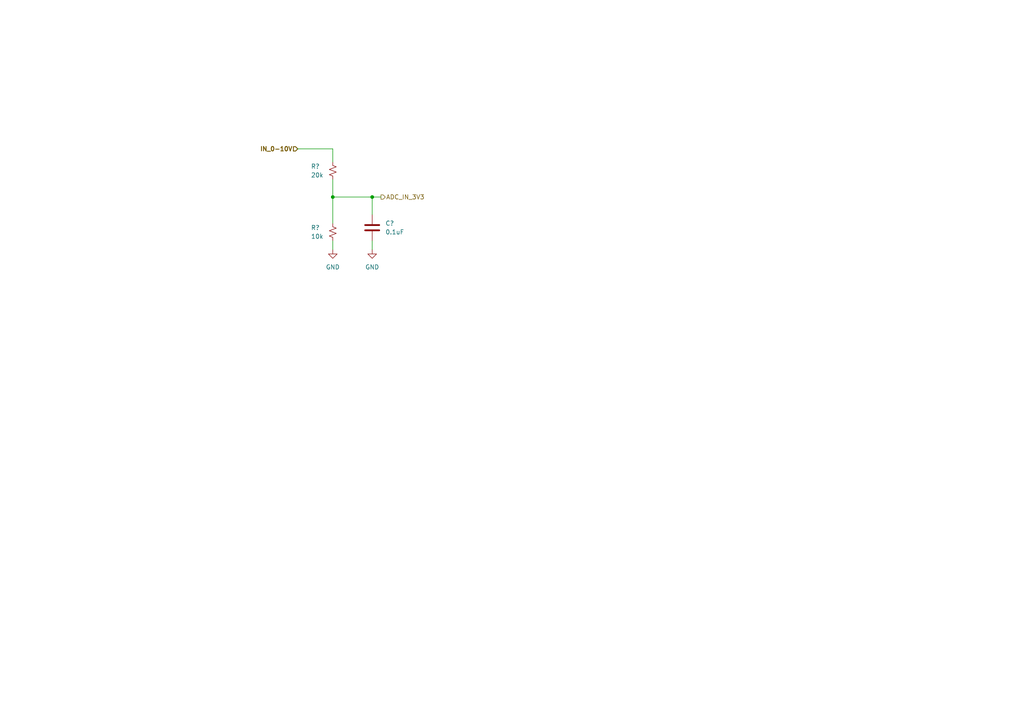
<source format=kicad_sch>
(kicad_sch
	(version 20250114)
	(generator "eeschema")
	(generator_version "9.0")
	(uuid "6f849fc7-6925-4202-ab6b-739ef023ca3b")
	(paper "A4")
	(lib_symbols
		(symbol "PCM_Capacitor_US_AKL:C_0603"
			(pin_numbers
				(hide yes)
			)
			(pin_names
				(offset 0.254)
			)
			(exclude_from_sim no)
			(in_bom yes)
			(on_board yes)
			(property "Reference" "C"
				(at 0.635 2.54 0)
				(effects
					(font
						(size 1.27 1.27)
					)
					(justify left)
				)
			)
			(property "Value" "C_0603"
				(at 0.635 -2.54 0)
				(effects
					(font
						(size 1.27 1.27)
					)
					(justify left)
				)
			)
			(property "Footprint" "PCM_Capacitor_SMD_AKL:C_0603_1608Metric"
				(at 0.9652 -3.81 0)
				(effects
					(font
						(size 1.27 1.27)
					)
					(hide yes)
				)
			)
			(property "Datasheet" "~"
				(at 0 0 0)
				(effects
					(font
						(size 1.27 1.27)
					)
					(hide yes)
				)
			)
			(property "Description" "SMD 0603 MLCC capacitor, Alternate KiCad Library"
				(at 0 0 0)
				(effects
					(font
						(size 1.27 1.27)
					)
					(hide yes)
				)
			)
			(property "ki_keywords" "cap capacitor ceramic chip mlcc smd 0603"
				(at 0 0 0)
				(effects
					(font
						(size 1.27 1.27)
					)
					(hide yes)
				)
			)
			(property "ki_fp_filters" "C_*"
				(at 0 0 0)
				(effects
					(font
						(size 1.27 1.27)
					)
					(hide yes)
				)
			)
			(symbol "C_0603_0_1"
				(polyline
					(pts
						(xy -2.032 0.762) (xy 2.032 0.762)
					)
					(stroke
						(width 0.508)
						(type default)
					)
					(fill
						(type none)
					)
				)
				(polyline
					(pts
						(xy -2.032 -0.762) (xy 2.032 -0.762)
					)
					(stroke
						(width 0.508)
						(type default)
					)
					(fill
						(type none)
					)
				)
			)
			(symbol "C_0603_0_2"
				(polyline
					(pts
						(xy -2.54 -2.54) (xy -0.381 -0.381)
					)
					(stroke
						(width 0)
						(type default)
					)
					(fill
						(type none)
					)
				)
				(polyline
					(pts
						(xy -0.508 -0.508) (xy -1.651 0.635)
					)
					(stroke
						(width 0.508)
						(type default)
					)
					(fill
						(type none)
					)
				)
				(polyline
					(pts
						(xy -0.508 -0.508) (xy 0.635 -1.651)
					)
					(stroke
						(width 0.508)
						(type default)
					)
					(fill
						(type none)
					)
				)
				(polyline
					(pts
						(xy 0.381 0.381) (xy 2.54 2.54)
					)
					(stroke
						(width 0)
						(type default)
					)
					(fill
						(type none)
					)
				)
				(polyline
					(pts
						(xy 0.508 0.508) (xy -0.635 1.651)
					)
					(stroke
						(width 0.508)
						(type default)
					)
					(fill
						(type none)
					)
				)
				(polyline
					(pts
						(xy 0.508 0.508) (xy 1.651 -0.635)
					)
					(stroke
						(width 0.508)
						(type default)
					)
					(fill
						(type none)
					)
				)
			)
			(symbol "C_0603_1_1"
				(pin passive line
					(at 0 3.81 270)
					(length 2.794)
					(name "~"
						(effects
							(font
								(size 1.27 1.27)
							)
						)
					)
					(number "1"
						(effects
							(font
								(size 1.27 1.27)
							)
						)
					)
				)
				(pin passive line
					(at 0 -3.81 90)
					(length 2.794)
					(name "~"
						(effects
							(font
								(size 1.27 1.27)
							)
						)
					)
					(number "2"
						(effects
							(font
								(size 1.27 1.27)
							)
						)
					)
				)
			)
			(symbol "C_0603_1_2"
				(pin passive line
					(at -2.54 -2.54 90)
					(length 0)
					(name "~"
						(effects
							(font
								(size 1.27 1.27)
							)
						)
					)
					(number "2"
						(effects
							(font
								(size 1.27 1.27)
							)
						)
					)
				)
				(pin passive line
					(at 2.54 2.54 270)
					(length 0)
					(name "~"
						(effects
							(font
								(size 1.27 1.27)
							)
						)
					)
					(number "1"
						(effects
							(font
								(size 1.27 1.27)
							)
						)
					)
				)
			)
			(embedded_fonts no)
		)
		(symbol "PCM_SparkFun-Resistor:4.7k_0603"
			(pin_numbers
				(hide yes)
			)
			(pin_names
				(offset 0)
			)
			(exclude_from_sim no)
			(in_bom yes)
			(on_board yes)
			(property "Reference" "R"
				(at 0 -2.54 0)
				(effects
					(font
						(size 1.27 1.27)
					)
				)
			)
			(property "Value" "4.7k"
				(at 0 2.54 0)
				(effects
					(font
						(size 1.27 1.27)
					)
				)
			)
			(property "Footprint" "PCM_SparkFun-Resistor:R_0603_1608Metric"
				(at 0 -4.318 0)
				(effects
					(font
						(size 1.27 1.27)
					)
					(hide yes)
				)
			)
			(property "Datasheet" "https://www.vishay.com/docs/20035/dcrcwe3.pdf"
				(at 0 -8.89 0)
				(effects
					(font
						(size 1.27 1.27)
					)
					(hide yes)
				)
			)
			(property "Description" "Resistor"
				(at 0 -11.43 0)
				(effects
					(font
						(size 1.27 1.27)
					)
					(hide yes)
				)
			)
			(property "PROD_ID" "RES-07857"
				(at 0 -6.604 0)
				(effects
					(font
						(size 1.27 1.27)
					)
					(hide yes)
				)
			)
			(property "ki_keywords" "SparkFun R res resistor"
				(at 0 0 0)
				(effects
					(font
						(size 1.27 1.27)
					)
					(hide yes)
				)
			)
			(property "ki_fp_filters" "R_*"
				(at 0 0 0)
				(effects
					(font
						(size 1.27 1.27)
					)
					(hide yes)
				)
			)
			(symbol "4.7k_0603_0_1"
				(polyline
					(pts
						(xy -1.524 0) (xy -1.143 1.016) (xy -0.762 0) (xy -0.381 -1.016) (xy 0 0)
					)
					(stroke
						(width 0)
						(type default)
					)
					(fill
						(type none)
					)
				)
				(polyline
					(pts
						(xy 0 0) (xy 0.381 1.016) (xy 0.762 0) (xy 1.143 -1.016) (xy 1.524 0)
					)
					(stroke
						(width 0)
						(type default)
					)
					(fill
						(type none)
					)
				)
			)
			(symbol "4.7k_0603_1_1"
				(pin passive line
					(at -2.54 0 0)
					(length 1.016)
					(name "~"
						(effects
							(font
								(size 1.27 1.27)
							)
						)
					)
					(number "1"
						(effects
							(font
								(size 1.27 1.27)
							)
						)
					)
				)
				(pin passive line
					(at 2.54 0 180)
					(length 1.016)
					(name "~"
						(effects
							(font
								(size 1.27 1.27)
							)
						)
					)
					(number "2"
						(effects
							(font
								(size 1.27 1.27)
							)
						)
					)
				)
			)
			(embedded_fonts no)
		)
		(symbol "power:GND"
			(power)
			(pin_numbers
				(hide yes)
			)
			(pin_names
				(offset 0)
				(hide yes)
			)
			(exclude_from_sim no)
			(in_bom yes)
			(on_board yes)
			(property "Reference" "#PWR"
				(at 0 -6.35 0)
				(effects
					(font
						(size 1.27 1.27)
					)
					(hide yes)
				)
			)
			(property "Value" "GND"
				(at 0 -3.81 0)
				(effects
					(font
						(size 1.27 1.27)
					)
				)
			)
			(property "Footprint" ""
				(at 0 0 0)
				(effects
					(font
						(size 1.27 1.27)
					)
					(hide yes)
				)
			)
			(property "Datasheet" ""
				(at 0 0 0)
				(effects
					(font
						(size 1.27 1.27)
					)
					(hide yes)
				)
			)
			(property "Description" "Power symbol creates a global label with name \"GND\" , ground"
				(at 0 0 0)
				(effects
					(font
						(size 1.27 1.27)
					)
					(hide yes)
				)
			)
			(property "ki_keywords" "global power"
				(at 0 0 0)
				(effects
					(font
						(size 1.27 1.27)
					)
					(hide yes)
				)
			)
			(symbol "GND_0_1"
				(polyline
					(pts
						(xy 0 0) (xy 0 -1.27) (xy 1.27 -1.27) (xy 0 -2.54) (xy -1.27 -1.27) (xy 0 -1.27)
					)
					(stroke
						(width 0)
						(type default)
					)
					(fill
						(type none)
					)
				)
			)
			(symbol "GND_1_1"
				(pin power_in line
					(at 0 0 270)
					(length 0)
					(name "~"
						(effects
							(font
								(size 1.27 1.27)
							)
						)
					)
					(number "1"
						(effects
							(font
								(size 1.27 1.27)
							)
						)
					)
				)
			)
			(embedded_fonts no)
		)
	)
	(junction
		(at 107.95 57.15)
		(diameter 0)
		(color 0 0 0 0)
		(uuid "e1286195-fd1e-47d6-b27f-4d0d05ad6b3a")
	)
	(junction
		(at 96.52 57.15)
		(diameter 0)
		(color 0 0 0 0)
		(uuid "f9eb0b9b-aa7f-40ee-870c-acfe63a17075")
	)
	(wire
		(pts
			(xy 96.52 69.85) (xy 96.52 72.39)
		)
		(stroke
			(width 0)
			(type default)
		)
		(uuid "3387c31a-8f62-4867-b202-ed0e1ec3a0db")
	)
	(wire
		(pts
			(xy 107.95 57.15) (xy 110.49 57.15)
		)
		(stroke
			(width 0)
			(type default)
		)
		(uuid "36fe022b-8e6e-476b-852a-3856472356eb")
	)
	(wire
		(pts
			(xy 107.95 69.85) (xy 107.95 72.39)
		)
		(stroke
			(width 0)
			(type default)
		)
		(uuid "45c15c57-a99c-4b0b-aa56-7ced645d9716")
	)
	(wire
		(pts
			(xy 86.36 43.18) (xy 96.52 43.18)
		)
		(stroke
			(width 0)
			(type default)
		)
		(uuid "58ec0eb5-8713-4384-b394-81be27470624")
	)
	(wire
		(pts
			(xy 96.52 52.07) (xy 96.52 57.15)
		)
		(stroke
			(width 0)
			(type default)
		)
		(uuid "629372fb-8266-4897-80f9-b67b92f1c38d")
	)
	(wire
		(pts
			(xy 96.52 57.15) (xy 107.95 57.15)
		)
		(stroke
			(width 0)
			(type default)
		)
		(uuid "7651ab20-1e16-4540-9642-274b40f93594")
	)
	(wire
		(pts
			(xy 96.52 57.15) (xy 96.52 64.77)
		)
		(stroke
			(width 0)
			(type default)
		)
		(uuid "8bfde497-b4fa-4bab-973d-0146e8cd3fab")
	)
	(wire
		(pts
			(xy 96.52 43.18) (xy 96.52 46.99)
		)
		(stroke
			(width 0)
			(type default)
		)
		(uuid "9e7ee4f5-afed-4763-be9b-f364db64a1ee")
	)
	(wire
		(pts
			(xy 107.95 62.23) (xy 107.95 57.15)
		)
		(stroke
			(width 0)
			(type default)
		)
		(uuid "da840589-5558-4a42-892b-87296b2aaa78")
	)
	(hierarchical_label "ADC_IN_3V3"
		(shape output)
		(at 110.49 57.15 0)
		(effects
			(font
				(size 1.27 1.27)
			)
			(justify left)
		)
		(uuid "73a346b6-b677-4ad3-94e3-2bab56d9a798")
	)
	(hierarchical_label "IN_0-10V"
		(shape input)
		(at 86.36 43.18 180)
		(effects
			(font
				(size 1.27 1.27)
				(thickness 0.254)
				(bold yes)
			)
			(justify right)
		)
		(uuid "caf3e575-ebeb-4c4d-950d-43e9a6fc45a9")
	)
	(symbol
		(lib_id "power:GND")
		(at 107.95 72.39 0)
		(unit 1)
		(exclude_from_sim no)
		(in_bom yes)
		(on_board yes)
		(dnp no)
		(fields_autoplaced yes)
		(uuid "0e6422bb-fe86-4f93-bbef-291ac1d4873b")
		(property "Reference" "#PWR035"
			(at 107.95 78.74 0)
			(effects
				(font
					(size 1.27 1.27)
				)
				(hide yes)
			)
		)
		(property "Value" "GND"
			(at 107.95 77.47 0)
			(effects
				(font
					(size 1.27 1.27)
				)
			)
		)
		(property "Footprint" ""
			(at 107.95 72.39 0)
			(effects
				(font
					(size 1.27 1.27)
				)
				(hide yes)
			)
		)
		(property "Datasheet" ""
			(at 107.95 72.39 0)
			(effects
				(font
					(size 1.27 1.27)
				)
				(hide yes)
			)
		)
		(property "Description" "Power symbol creates a global label with name \"GND\" , ground"
			(at 107.95 72.39 0)
			(effects
				(font
					(size 1.27 1.27)
				)
				(hide yes)
			)
		)
		(pin "1"
			(uuid "5d34ca51-a90e-4a20-94d5-f55c5e6ff17d")
		)
		(instances
			(project "PLC4UNIPCB"
				(path "/20dd9fa8-33e5-4e01-8b4a-8cb5828152c9/ef44eee8-cd41-4527-92e2-6c408c0d0d91/82682a40-f2c8-4ae2-a13e-2b4ac848d816"
					(reference "#PWR035")
					(unit 1)
				)
			)
		)
	)
	(symbol
		(lib_id "PCM_SparkFun-Resistor:4.7k_0603")
		(at 96.52 49.53 90)
		(unit 1)
		(exclude_from_sim no)
		(in_bom yes)
		(on_board yes)
		(dnp no)
		(uuid "340feaf8-c818-4ef5-b590-c984dd675e98")
		(property "Reference" "R?"
			(at 90.17 48.26 90)
			(effects
				(font
					(size 1.27 1.27)
				)
				(justify right)
			)
		)
		(property "Value" "20k"
			(at 90.17 50.8 90)
			(effects
				(font
					(size 1.27 1.27)
				)
				(justify right)
			)
		)
		(property "Footprint" "PCM_SparkFun-Resistor:R_0603_1608Metric"
			(at 100.838 49.53 0)
			(effects
				(font
					(size 1.27 1.27)
				)
				(hide yes)
			)
		)
		(property "Datasheet" "https://www.vishay.com/docs/20035/dcrcwe3.pdf"
			(at 105.41 49.53 0)
			(effects
				(font
					(size 1.27 1.27)
				)
				(hide yes)
			)
		)
		(property "Description" "Resistor"
			(at 107.95 49.53 0)
			(effects
				(font
					(size 1.27 1.27)
				)
				(hide yes)
			)
		)
		(property "PROD_ID" "RES-07857"
			(at 103.124 49.53 0)
			(effects
				(font
					(size 1.27 1.27)
				)
				(hide yes)
			)
		)
		(property "LCSC" "C99782"
			(at 96.52 49.53 90)
			(effects
				(font
					(size 1.27 1.27)
				)
				(hide yes)
			)
		)
		(pin "2"
			(uuid "978d7235-aa19-4957-aee5-89d216d553fc")
		)
		(pin "1"
			(uuid "9eb0ddee-e3db-47b8-85cf-50a82f1e1d2c")
		)
		(instances
			(project "PLC4UNIPCB"
				(path "/20dd9fa8-33e5-4e01-8b4a-8cb5828152c9/ef44eee8-cd41-4527-92e2-6c408c0d0d91/82682a40-f2c8-4ae2-a13e-2b4ac848d816"
					(reference "R?")
					(unit 1)
				)
			)
		)
	)
	(symbol
		(lib_id "PCM_SparkFun-Resistor:4.7k_0603")
		(at 96.52 67.31 90)
		(unit 1)
		(exclude_from_sim no)
		(in_bom yes)
		(on_board yes)
		(dnp no)
		(uuid "a1df950d-d0bc-4090-970a-0c7dec0760c0")
		(property "Reference" "R?"
			(at 90.17 66.04 90)
			(effects
				(font
					(size 1.27 1.27)
				)
				(justify right)
			)
		)
		(property "Value" "10k"
			(at 90.17 68.58 90)
			(effects
				(font
					(size 1.27 1.27)
				)
				(justify right)
			)
		)
		(property "Footprint" "PCM_SparkFun-Resistor:R_0603_1608Metric"
			(at 100.838 67.31 0)
			(effects
				(font
					(size 1.27 1.27)
				)
				(hide yes)
			)
		)
		(property "Datasheet" "https://www.vishay.com/docs/20035/dcrcwe3.pdf"
			(at 105.41 67.31 0)
			(effects
				(font
					(size 1.27 1.27)
				)
				(hide yes)
			)
		)
		(property "Description" "Resistor"
			(at 107.95 67.31 0)
			(effects
				(font
					(size 1.27 1.27)
				)
				(hide yes)
			)
		)
		(property "PROD_ID" "RES-07857"
			(at 103.124 67.31 0)
			(effects
				(font
					(size 1.27 1.27)
				)
				(hide yes)
			)
		)
		(property "LCSC" "C99782"
			(at 96.52 67.31 90)
			(effects
				(font
					(size 1.27 1.27)
				)
				(hide yes)
			)
		)
		(pin "2"
			(uuid "df44dbe0-6482-4208-8f84-be5e3cb12922")
		)
		(pin "1"
			(uuid "af958c3f-fb8c-4553-aa54-816fa865c621")
		)
		(instances
			(project "PLC4UNIPCB"
				(path "/20dd9fa8-33e5-4e01-8b4a-8cb5828152c9/ef44eee8-cd41-4527-92e2-6c408c0d0d91/82682a40-f2c8-4ae2-a13e-2b4ac848d816"
					(reference "R?")
					(unit 1)
				)
			)
		)
	)
	(symbol
		(lib_id "PCM_Capacitor_US_AKL:C_0603")
		(at 107.95 66.04 180)
		(unit 1)
		(exclude_from_sim no)
		(in_bom yes)
		(on_board yes)
		(dnp no)
		(fields_autoplaced yes)
		(uuid "b56eb098-2b5c-49b2-ab23-ec1641eac1ba")
		(property "Reference" "C?"
			(at 111.76 64.7699 0)
			(effects
				(font
					(size 1.27 1.27)
				)
				(justify right)
			)
		)
		(property "Value" "0.1uF"
			(at 111.76 67.3099 0)
			(effects
				(font
					(size 1.27 1.27)
				)
				(justify right)
			)
		)
		(property "Footprint" "PCM_Capacitor_SMD_AKL:C_0603_1608Metric"
			(at 106.9848 62.23 0)
			(effects
				(font
					(size 1.27 1.27)
				)
				(hide yes)
			)
		)
		(property "Datasheet" "~"
			(at 107.95 66.04 0)
			(effects
				(font
					(size 1.27 1.27)
				)
				(hide yes)
			)
		)
		(property "Description" "SMD 0603 MLCC capacitor, Alternate KiCad Library"
			(at 107.95 66.04 0)
			(effects
				(font
					(size 1.27 1.27)
				)
				(hide yes)
			)
		)
		(property "LCSC" "C66501"
			(at 107.95 66.04 0)
			(effects
				(font
					(size 1.27 1.27)
				)
				(hide yes)
			)
		)
		(pin "1"
			(uuid "9d13b104-9889-49b9-a132-8d4596eda8fa")
		)
		(pin "2"
			(uuid "af69e5a5-be0e-492b-a09c-fad953f18907")
		)
		(instances
			(project "PLC4UNIPCB"
				(path "/20dd9fa8-33e5-4e01-8b4a-8cb5828152c9/ef44eee8-cd41-4527-92e2-6c408c0d0d91/82682a40-f2c8-4ae2-a13e-2b4ac848d816"
					(reference "C?")
					(unit 1)
				)
			)
		)
	)
	(symbol
		(lib_id "power:GND")
		(at 96.52 72.39 0)
		(unit 1)
		(exclude_from_sim no)
		(in_bom yes)
		(on_board yes)
		(dnp no)
		(fields_autoplaced yes)
		(uuid "d93dd080-8335-4b2c-9236-372713dc43c5")
		(property "Reference" "#PWR034"
			(at 96.52 78.74 0)
			(effects
				(font
					(size 1.27 1.27)
				)
				(hide yes)
			)
		)
		(property "Value" "GND"
			(at 96.52 77.47 0)
			(effects
				(font
					(size 1.27 1.27)
				)
			)
		)
		(property "Footprint" ""
			(at 96.52 72.39 0)
			(effects
				(font
					(size 1.27 1.27)
				)
				(hide yes)
			)
		)
		(property "Datasheet" ""
			(at 96.52 72.39 0)
			(effects
				(font
					(size 1.27 1.27)
				)
				(hide yes)
			)
		)
		(property "Description" "Power symbol creates a global label with name \"GND\" , ground"
			(at 96.52 72.39 0)
			(effects
				(font
					(size 1.27 1.27)
				)
				(hide yes)
			)
		)
		(pin "1"
			(uuid "b84d231a-ee7c-48b0-a057-c46755e12a83")
		)
		(instances
			(project ""
				(path "/20dd9fa8-33e5-4e01-8b4a-8cb5828152c9/ef44eee8-cd41-4527-92e2-6c408c0d0d91/82682a40-f2c8-4ae2-a13e-2b4ac848d816"
					(reference "#PWR034")
					(unit 1)
				)
			)
		)
	)
)

</source>
